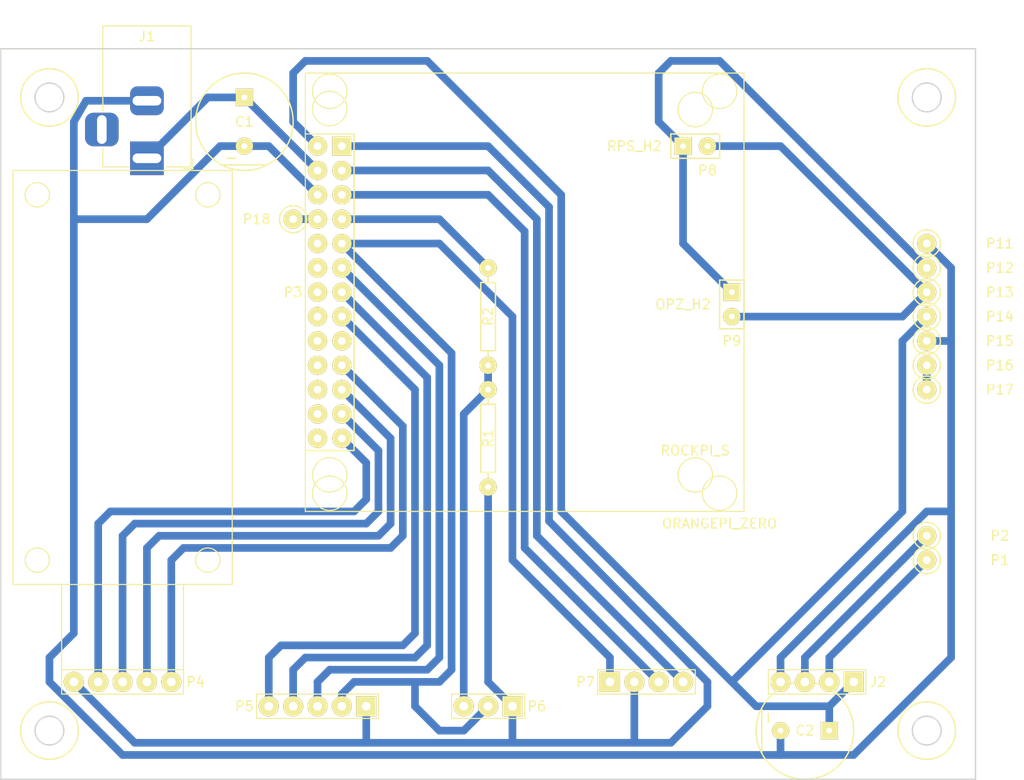
<source format=kicad_pcb>
(kicad_pcb (version 20171130) (host pcbnew 5.1.9+dfsg1-1~bpo10+1)

  (general
    (thickness 1.6)
    (drawings 2)
    (tracks 141)
    (zones 0)
    (modules 28)
    (nets 23)
  )

  (page A4)
  (layers
    (0 F.Cu signal)
    (31 B.Cu signal)
    (32 B.Adhes user)
    (33 F.Adhes user)
    (34 B.Paste user)
    (35 F.Paste user)
    (36 B.SilkS user)
    (37 F.SilkS user)
    (38 B.Mask user)
    (39 F.Mask user)
    (40 Dwgs.User user)
    (41 Cmts.User user)
    (42 Eco1.User user)
    (43 Eco2.User user)
    (44 Edge.Cuts user)
    (45 Margin user)
    (46 B.CrtYd user)
    (47 F.CrtYd user)
    (48 B.Fab user)
    (49 F.Fab user)
  )

  (setup
    (last_trace_width 0.25)
    (user_trace_width 0.8)
    (trace_clearance 0.2)
    (zone_clearance 0.508)
    (zone_45_only no)
    (trace_min 0.2)
    (via_size 0.8)
    (via_drill 0.4)
    (via_min_size 0.4)
    (via_min_drill 0.3)
    (uvia_size 0.3)
    (uvia_drill 0.1)
    (uvias_allowed no)
    (uvia_min_size 0.2)
    (uvia_min_drill 0.1)
    (edge_width 0.05)
    (segment_width 0.2)
    (pcb_text_width 0.3)
    (pcb_text_size 1.5 1.5)
    (mod_edge_width 0.12)
    (mod_text_size 1 1)
    (mod_text_width 0.15)
    (pad_size 1.524 1.524)
    (pad_drill 0.762)
    (pad_to_mask_clearance 0.05)
    (aux_axis_origin 0 0)
    (visible_elements FFFFFF7F)
    (pcbplotparams
      (layerselection 0x010fc_ffffffff)
      (usegerberextensions false)
      (usegerberattributes true)
      (usegerberadvancedattributes true)
      (creategerberjobfile true)
      (excludeedgelayer true)
      (linewidth 0.100000)
      (plotframeref false)
      (viasonmask false)
      (mode 1)
      (useauxorigin false)
      (hpglpennumber 1)
      (hpglpenspeed 20)
      (hpglpendiameter 15.000000)
      (psnegative false)
      (psa4output false)
      (plotreference true)
      (plotvalue true)
      (plotinvisibletext false)
      (padsonsilk false)
      (subtractmaskfromsilk false)
      (outputformat 1)
      (mirror false)
      (drillshape 1)
      (scaleselection 1)
      (outputdirectory ""))
  )

  (net 0 "")
  (net 1 "Net-(P3-Pad3)")
  (net 2 "Net-(J2-Pad3)")
  (net 3 "Net-(J2-Pad2)")
  (net 4 "Net-(P3-Pad7)")
  (net 5 "Net-(P3-Pad19)")
  (net 6 "Net-(P3-Pad11)")
  (net 7 "Net-(P3-Pad21)")
  (net 8 "Net-(P3-Pad23)")
  (net 9 "Net-(P3-Pad5)")
  (net 10 "Net-(P3-Pad13)")
  (net 11 "Net-(P3-Pad15)")
  (net 12 "Net-(P3-Pad25)")
  (net 13 "Net-(P6-Pad3)")
  (net 14 "Net-(P18-Pad1)")
  (net 15 "Net-(P12-Pad1)")
  (net 16 "Net-(P3-Pad9)")
  (net 17 "Net-(C1-Pad1)")
  (net 18 "Net-(C1-Pad2)")
  (net 19 "Net-(P3-Pad1)")
  (net 20 "Net-(C2-Pad1)")
  (net 21 "Net-(P13-Pad1)")
  (net 22 "Net-(P16-Pad1)")

  (net_class Default "This is the default net class."
    (clearance 0.2)
    (trace_width 0.25)
    (via_dia 0.8)
    (via_drill 0.4)
    (uvia_dia 0.3)
    (uvia_drill 0.1)
    (add_net "Net-(C1-Pad1)")
    (add_net "Net-(C1-Pad2)")
    (add_net "Net-(C2-Pad1)")
    (add_net "Net-(J2-Pad2)")
    (add_net "Net-(J2-Pad3)")
    (add_net "Net-(P12-Pad1)")
    (add_net "Net-(P13-Pad1)")
    (add_net "Net-(P16-Pad1)")
    (add_net "Net-(P18-Pad1)")
    (add_net "Net-(P3-Pad1)")
    (add_net "Net-(P3-Pad11)")
    (add_net "Net-(P3-Pad13)")
    (add_net "Net-(P3-Pad15)")
    (add_net "Net-(P3-Pad19)")
    (add_net "Net-(P3-Pad21)")
    (add_net "Net-(P3-Pad23)")
    (add_net "Net-(P3-Pad25)")
    (add_net "Net-(P3-Pad3)")
    (add_net "Net-(P3-Pad5)")
    (add_net "Net-(P3-Pad7)")
    (add_net "Net-(P3-Pad9)")
    (add_net "Net-(P6-Pad3)")
  )

  (module kicad:PIN_ARRAY_2X1 (layer F.Cu) (tedit 5C69C958) (tstamp 602196C9)
    (at 121.92 110.49 270)
    (descr "Connecteurs 2 pins")
    (tags "CONN DEV")
    (path /602BC6EB)
    (fp_text reference P9 (at 3.81 0 180) (layer F.SilkS)
      (effects (font (size 1 1) (thickness 0.15)))
    )
    (fp_text value CONN_2 (at 0 2.54 90) (layer F.SilkS) hide
      (effects (font (size 0.762 0.762) (thickness 0.1524)))
    )
    (fp_line (start 2.54 1.27) (end -2.54 1.27) (layer F.SilkS) (width 0.1524))
    (fp_line (start 2.54 -1.27) (end 2.54 1.27) (layer F.SilkS) (width 0.1524))
    (fp_line (start -2.54 -1.27) (end 2.54 -1.27) (layer F.SilkS) (width 0.1524))
    (fp_line (start -2.54 1.27) (end -2.54 -1.27) (layer F.SilkS) (width 0.1524))
    (fp_text user OPZ_H2 (at 0 5.08) (layer F.SilkS)
      (effects (font (size 1 1) (thickness 0.15)))
    )
    (pad 1 thru_hole rect (at -1.27 0 270) (size 1.80086 1.80086) (drill 0.59944) (layers *.Cu *.Mask F.SilkS)
      (net 15 "Net-(P12-Pad1)"))
    (pad 2 thru_hole circle (at 1.27 0 270) (size 1.80086 1.80086) (drill 0.59944) (layers *.Cu *.Mask F.SilkS)
      (net 21 "Net-(P13-Pad1)"))
    (model pin_array/pins_array_2x1.wrl
      (at (xyz 0 0 0))
      (scale (xyz 1 1 1))
      (rotate (xyz 0 0 0))
    )
  )

  (module kicad:PIN_ARRAY_2X1 (layer F.Cu) (tedit 5C69C958) (tstamp 602196BF)
    (at 118.11 93.98)
    (descr "Connecteurs 2 pins")
    (tags "CONN DEV")
    (path /602B8AC7)
    (fp_text reference P8 (at 1.27 2.54) (layer F.SilkS)
      (effects (font (size 1 1) (thickness 0.15)))
    )
    (fp_text value CONN_2 (at 0 2.54) (layer F.SilkS) hide
      (effects (font (size 0.762 0.762) (thickness 0.1524)))
    )
    (fp_line (start -2.54 1.27) (end -2.54 -1.27) (layer F.SilkS) (width 0.1524))
    (fp_line (start -2.54 -1.27) (end 2.54 -1.27) (layer F.SilkS) (width 0.1524))
    (fp_line (start 2.54 -1.27) (end 2.54 1.27) (layer F.SilkS) (width 0.1524))
    (fp_line (start 2.54 1.27) (end -2.54 1.27) (layer F.SilkS) (width 0.1524))
    (fp_text user RPS_H2 (at -6.35 0) (layer F.SilkS)
      (effects (font (size 1 1) (thickness 0.15)))
    )
    (pad 2 thru_hole circle (at 1.27 0) (size 1.80086 1.80086) (drill 0.59944) (layers *.Cu *.Mask F.SilkS)
      (net 21 "Net-(P13-Pad1)"))
    (pad 1 thru_hole rect (at -1.27 0) (size 1.80086 1.80086) (drill 0.59944) (layers *.Cu *.Mask F.SilkS)
      (net 15 "Net-(P12-Pad1)"))
    (model pin_array/pins_array_2x1.wrl
      (at (xyz 0 0 0))
      (scale (xyz 1 1 1))
      (rotate (xyz 0 0 0))
    )
  )

  (module kicad:PLATINE_100x75 (layer F.Cu) (tedit 5C4B7545) (tstamp 6021A2F1)
    (at 96.52 121.92)
    (fp_text reference GR** (at -45.72 -33.02) (layer F.SilkS) hide
      (effects (font (size 1 1) (thickness 0.15)))
    )
    (fp_text value PLATINE_100x75 (at -43.18 -35.56) (layer F.Fab) hide
      (effects (font (size 1 1) (thickness 0.15)))
    )
    (fp_line (start -50.8 -38.1) (end 50.8 -38.1) (layer Edge.Cuts) (width 0.15))
    (fp_line (start 50.8 -38.1) (end 50.8 38.1) (layer Edge.Cuts) (width 0.15))
    (fp_line (start -50.8 38.1) (end -50.8 -38.1) (layer Edge.Cuts) (width 0.15))
    (fp_line (start 50.8 38.1) (end -50.8 38.1) (layer Edge.Cuts) (width 0.15))
  )

  (module kicad:ENTRETOISE (layer F.Cu) (tedit 5F5F89AC) (tstamp 60058513)
    (at 50.8 154.94)
    (fp_text reference REF** (at 0 -3.81) (layer F.SilkS) hide
      (effects (font (size 1 1) (thickness 0.15)))
    )
    (fp_text value ENTRETOISE (at 0 3.81) (layer F.Fab) hide
      (effects (font (size 1 1) (thickness 0.15)))
    )
    (fp_circle (center 0 0) (end 3 0) (layer F.SilkS) (width 0.15))
    (fp_circle (center 0 0) (end 1.5 0) (layer Edge.Cuts) (width 0.15))
  )

  (module kicad:ENTRETOISE (layer F.Cu) (tedit 5F5F89AC) (tstamp 600584FE)
    (at 142.24 154.94)
    (fp_text reference REF** (at 0 -3.81) (layer F.SilkS) hide
      (effects (font (size 1 1) (thickness 0.15)))
    )
    (fp_text value ENTRETOISE (at 0 3.81) (layer F.Fab) hide
      (effects (font (size 1 1) (thickness 0.15)))
    )
    (fp_circle (center 0 0) (end 3 0) (layer F.SilkS) (width 0.15))
    (fp_circle (center 0 0) (end 1.5 0) (layer Edge.Cuts) (width 0.15))
  )

  (module kicad:ENTRETOISE (layer F.Cu) (tedit 5F5F89AC) (tstamp 600584E9)
    (at 50.8 88.9)
    (fp_text reference REF** (at 0 -3.81) (layer F.SilkS) hide
      (effects (font (size 1 1) (thickness 0.15)))
    )
    (fp_text value ENTRETOISE (at 0 3.81) (layer F.Fab) hide
      (effects (font (size 1 1) (thickness 0.15)))
    )
    (fp_circle (center 0 0) (end 3 0) (layer F.SilkS) (width 0.15))
    (fp_circle (center 0 0) (end 1.5 0) (layer Edge.Cuts) (width 0.15))
  )

  (module kicad:ENTRETOISE (layer F.Cu) (tedit 5F5F89AC) (tstamp 600584D4)
    (at 142.24 88.9)
    (fp_text reference REF** (at 0 -3.81) (layer F.SilkS) hide
      (effects (font (size 1 1) (thickness 0.15)))
    )
    (fp_text value ENTRETOISE (at 0 3.81) (layer F.Fab) hide
      (effects (font (size 1 1) (thickness 0.15)))
    )
    (fp_circle (center 0 0) (end 3 0) (layer F.SilkS) (width 0.15))
    (fp_circle (center 0 0) (end 1.5 0) (layer Edge.Cuts) (width 0.15))
  )

  (module kicad:BarrelJack_Horizontal (layer F.Cu) (tedit 5F6E462E) (tstamp 5F73330B)
    (at 60.96 95.25 270)
    (descr "DC Barrel Jack")
    (tags "Power Jack")
    (path /5F6BA4FC)
    (fp_text reference J1 (at -12.7 0 180) (layer F.SilkS)
      (effects (font (size 1 1) (thickness 0.15)))
    )
    (fp_text value Conn_01x02 (at -6.2 -5.5 90) (layer F.Fab) hide
      (effects (font (size 1 1) (thickness 0.15)))
    )
    (fp_line (start 0 -4.5) (end -13.7 -4.5) (layer F.Fab) (width 0.1))
    (fp_line (start 0.8 4.5) (end 0.8 -3.75) (layer F.Fab) (width 0.1))
    (fp_line (start -13.7 4.5) (end 0.8 4.5) (layer F.Fab) (width 0.1))
    (fp_line (start -13.7 -4.5) (end -13.7 4.5) (layer F.Fab) (width 0.1))
    (fp_line (start -10.2 -4.5) (end -10.2 4.5) (layer F.Fab) (width 0.1))
    (fp_line (start 0.9 -4.6) (end 0.9 -2) (layer F.SilkS) (width 0.12))
    (fp_line (start -13.8 -4.6) (end 0.9 -4.6) (layer F.SilkS) (width 0.12))
    (fp_line (start 0.9 4.6) (end -1 4.6) (layer F.SilkS) (width 0.12))
    (fp_line (start 0.9 1.9) (end 0.9 4.6) (layer F.SilkS) (width 0.12))
    (fp_line (start -13.8 4.6) (end -13.8 -4.6) (layer F.SilkS) (width 0.12))
    (fp_line (start -5 4.6) (end -13.8 4.6) (layer F.SilkS) (width 0.12))
    (fp_line (start -14 4.75) (end -14 -4.75) (layer F.CrtYd) (width 0.05))
    (fp_line (start -5 4.75) (end -14 4.75) (layer F.CrtYd) (width 0.05))
    (fp_line (start -5 6.75) (end -5 4.75) (layer F.CrtYd) (width 0.05))
    (fp_line (start -1 6.75) (end -5 6.75) (layer F.CrtYd) (width 0.05))
    (fp_line (start -1 4.75) (end -1 6.75) (layer F.CrtYd) (width 0.05))
    (fp_line (start 1 4.75) (end -1 4.75) (layer F.CrtYd) (width 0.05))
    (fp_line (start 1 2) (end 1 4.75) (layer F.CrtYd) (width 0.05))
    (fp_line (start 2 2) (end 1 2) (layer F.CrtYd) (width 0.05))
    (fp_line (start 2 -2) (end 2 2) (layer F.CrtYd) (width 0.05))
    (fp_line (start 1 -2) (end 2 -2) (layer F.CrtYd) (width 0.05))
    (fp_line (start 1 -4.5) (end 1 -2) (layer F.CrtYd) (width 0.05))
    (fp_line (start 1 -4.75) (end -14 -4.75) (layer F.CrtYd) (width 0.05))
    (fp_line (start 1 -4.5) (end 1 -4.75) (layer F.CrtYd) (width 0.05))
    (fp_line (start 0.05 -4.8) (end 1.1 -4.8) (layer F.SilkS) (width 0.12))
    (fp_line (start 1.1 -3.75) (end 1.1 -4.8) (layer F.SilkS) (width 0.12))
    (fp_line (start -0.003213 -4.505425) (end 0.8 -3.75) (layer F.Fab) (width 0.1))
    (fp_text user %R (at -3 -2.95 90) (layer F.Fab) hide
      (effects (font (size 1 1) (thickness 0.15)))
    )
    (pad 3 thru_hole roundrect (at -3 4.7 270) (size 3.5 3.5) (drill oval 3 1) (layers *.Cu *.Mask) (roundrect_rratio 0.25))
    (pad 2 thru_hole roundrect (at -6 0 270) (size 3 3.5) (drill oval 1 3) (layers *.Cu *.Mask) (roundrect_rratio 0.25)
      (net 18 "Net-(C1-Pad2)"))
    (pad 1 thru_hole rect (at 0 0 270) (size 3.5 3.5) (drill oval 1 3) (layers *.Cu *.Mask)
      (net 17 "Net-(C1-Pad1)"))
    (model ${KISYS3DMOD}/Connector_BarrelJack.3dshapes/BarrelJack_Horizontal.wrl
      (at (xyz 0 0 0))
      (scale (xyz 1 1 1))
      (rotate (xyz 0 0 0))
    )
  )

  (module kicad:R4 (layer F.Cu) (tedit 5C4E0F96) (tstamp 5F70BAD1)
    (at 96.52 124.46 270)
    (descr "Resitance 4 pas")
    (tags R)
    (path /5F56B871)
    (autoplace_cost180 10)
    (fp_text reference R1 (at 0 0 90) (layer F.SilkS)
      (effects (font (size 1 1) (thickness 0.15)))
    )
    (fp_text value R (at -3.048 0 90) (layer F.SilkS) hide
      (effects (font (size 1 1) (thickness 0.15)))
    )
    (fp_line (start -3.556 -0.762) (end 3.556 -0.762) (layer F.SilkS) (width 0.15))
    (fp_line (start -3.556 0.762) (end 3.556 0.762) (layer F.SilkS) (width 0.15))
    (fp_line (start 3.556 0) (end 4.064 0) (layer F.SilkS) (width 0.15))
    (fp_line (start -3.556 0) (end -4.064 0) (layer F.SilkS) (width 0.15))
    (fp_line (start -3.556 -0.762) (end -3.556 0.762) (layer F.SilkS) (width 0.15))
    (fp_line (start 3.556 -0.762) (end 3.556 0.762) (layer F.SilkS) (width 0.15))
    (pad 1 thru_hole circle (at -5.08 0 270) (size 1.80086 1.80086) (drill 0.59944) (layers *.Cu *.Mask F.SilkS)
      (net 13 "Net-(P6-Pad3)"))
    (pad 2 thru_hole circle (at 5.08 0 270) (size 1.80086 1.80086) (drill 0.59944) (layers *.Cu *.Mask F.SilkS)
      (net 19 "Net-(P3-Pad1)"))
    (model discret/resistor.wrl
      (at (xyz 0 0 0))
      (scale (xyz 0.4 0.4 0.4))
      (rotate (xyz 0 0 0))
    )
  )

  (module kicad:R4 (layer F.Cu) (tedit 5C4E0F96) (tstamp 5F6CB8F3)
    (at 96.52 111.76 270)
    (descr "Resitance 4 pas")
    (tags R)
    (path /5F570E47)
    (autoplace_cost180 10)
    (fp_text reference R2 (at 0 0 90) (layer F.SilkS)
      (effects (font (size 1 1) (thickness 0.15)))
    )
    (fp_text value R (at -3.048 0 90) (layer F.SilkS) hide
      (effects (font (size 1 1) (thickness 0.15)))
    )
    (fp_line (start -3.556 -0.762) (end 3.556 -0.762) (layer F.SilkS) (width 0.15))
    (fp_line (start -3.556 0.762) (end 3.556 0.762) (layer F.SilkS) (width 0.15))
    (fp_line (start 3.556 0) (end 4.064 0) (layer F.SilkS) (width 0.15))
    (fp_line (start -3.556 0) (end -4.064 0) (layer F.SilkS) (width 0.15))
    (fp_line (start -3.556 -0.762) (end -3.556 0.762) (layer F.SilkS) (width 0.15))
    (fp_line (start 3.556 -0.762) (end 3.556 0.762) (layer F.SilkS) (width 0.15))
    (pad 1 thru_hole circle (at -5.08 0 270) (size 1.80086 1.80086) (drill 0.59944) (layers *.Cu *.Mask F.SilkS)
      (net 4 "Net-(P3-Pad7)"))
    (pad 2 thru_hole circle (at 5.08 0 270) (size 1.80086 1.80086) (drill 0.59944) (layers *.Cu *.Mask F.SilkS)
      (net 13 "Net-(P6-Pad3)"))
    (model discret/resistor.wrl
      (at (xyz 0 0 0))
      (scale (xyz 0.4 0.4 0.4))
      (rotate (xyz 0 0 0))
    )
  )

  (module kicad:PIN_ARRAY_4X1 (layer F.Cu) (tedit 5F6BAA09) (tstamp 5F71EDF5)
    (at 130.81 149.86 180)
    (descr "Connecteur 6 pins")
    (tags "CONN DEV")
    (path /5F6E7BA3)
    (fp_text reference J2 (at -6.35 0 180) (layer F.SilkS)
      (effects (font (size 1 1) (thickness 0.15)))
    )
    (fp_text value USB_2 (at 0 2.159) (layer F.SilkS) hide
      (effects (font (size 1 1) (thickness 0.15)))
    )
    (fp_line (start -5.08 -1.27) (end -5.08 1.27) (layer F.SilkS) (width 0.12))
    (fp_line (start -5.08 -1.27) (end 5.08 -1.27) (layer F.SilkS) (width 0.12))
    (fp_line (start 5.08 -1.27) (end 5.08 1.27) (layer F.SilkS) (width 0.12))
    (fp_line (start 5.08 1.27) (end -5.08 1.27) (layer F.SilkS) (width 0.12))
    (pad 4 thru_hole circle (at 3.81 0 180) (size 2.10058 2.10058) (drill 0.89916) (layers *.Cu *.Mask F.SilkS)
      (net 18 "Net-(C1-Pad2)"))
    (pad 3 thru_hole circle (at 1.27 0 180) (size 2.10058 2.10058) (drill 0.89916) (layers *.Cu *.Mask F.SilkS)
      (net 2 "Net-(J2-Pad3)"))
    (pad 2 thru_hole circle (at -1.27 0 180) (size 2.10058 2.10058) (drill 0.89916) (layers *.Cu *.Mask F.SilkS)
      (net 3 "Net-(J2-Pad2)"))
    (pad 1 thru_hole rect (at -3.81 0 180) (size 2.10058 2.10058) (drill 0.89916) (layers *.Cu *.Mask F.SilkS)
      (net 20 "Net-(C2-Pad1)"))
    (model pin_array/pins_array_6x1.wrl
      (at (xyz 0 0 0))
      (scale (xyz 1 1 1))
      (rotate (xyz 0 0 0))
    )
  )

  (module kicad:PIN_ARRAY_1X1 (layer F.Cu) (tedit 5C4E0FE2) (tstamp 5F6DF679)
    (at 142.24 137.16)
    (descr "module 1 pin (ou trou mecanique de percage)")
    (tags DEV)
    (path /5F6D00D0)
    (fp_text reference P1 (at 7.62 0) (layer F.SilkS)
      (effects (font (size 1 1) (thickness 0.15)))
    )
    (fp_text value CONN_1 (at 0 2.794) (layer F.SilkS) hide
      (effects (font (size 1.016 1.016) (thickness 0.254)))
    )
    (fp_circle (center 0 0) (end 1.27 0.635) (layer F.SilkS) (width 0.15))
    (pad 1 thru_hole circle (at 0 0) (size 2 2) (drill 0.8) (layers *.Cu *.Mask F.SilkS)
      (net 3 "Net-(J2-Pad2)"))
  )

  (module kicad:PIN_ARRAY_1X1 (layer F.Cu) (tedit 5C4E0FE2) (tstamp 5F71EB30)
    (at 142.24 134.62)
    (descr "module 1 pin (ou trou mecanique de percage)")
    (tags DEV)
    (path /5F6D0C8E)
    (fp_text reference P2 (at 7.62 0) (layer F.SilkS)
      (effects (font (size 1 1) (thickness 0.15)))
    )
    (fp_text value CONN_1 (at 0 2.794) (layer F.SilkS) hide
      (effects (font (size 1.016 1.016) (thickness 0.254)))
    )
    (fp_circle (center 0 0) (end 1.27 0.635) (layer F.SilkS) (width 0.15))
    (pad 1 thru_hole circle (at 0 0) (size 2 2) (drill 0.8) (layers *.Cu *.Mask F.SilkS)
      (net 2 "Net-(J2-Pad3)"))
  )

  (module kicad:PIN_ARRAY_5X1 (layer F.Cu) (tedit 5F6BA920) (tstamp 5F6DEF36)
    (at 78.74 152.4 180)
    (descr "Connecteur 6 pins")
    (tags "CONN DEV")
    (path /5F6E0DED)
    (fp_text reference P5 (at 7.62 0 180) (layer F.SilkS)
      (effects (font (size 1 1) (thickness 0.15)))
    )
    (fp_text value CONN_5 (at 0 2.159) (layer F.SilkS) hide
      (effects (font (size 1 1) (thickness 0.15)))
    )
    (fp_line (start 6.35 1.27) (end 6.35 -1.27) (layer F.SilkS) (width 0.12))
    (fp_line (start -6.35 1.27) (end 6.35 1.27) (layer F.SilkS) (width 0.12))
    (fp_line (start -6.35 -1.27) (end -6.35 1.27) (layer F.SilkS) (width 0.12))
    (fp_line (start 6.35 -1.27) (end -6.35 -1.27) (layer F.SilkS) (width 0.12))
    (pad 1 thru_hole rect (at -5.08 0 180) (size 2.10058 2.10058) (drill 0.89916) (layers *.Cu *.Mask F.SilkS)
      (net 19 "Net-(P3-Pad1)"))
    (pad 2 thru_hole circle (at -2.54 0 180) (size 2.10058 2.10058) (drill 0.89916) (layers *.Cu *.Mask F.SilkS)
      (net 16 "Net-(P3-Pad9)"))
    (pad 3 thru_hole circle (at 0 0 180) (size 2.10058 2.10058) (drill 0.89916) (layers *.Cu *.Mask F.SilkS)
      (net 6 "Net-(P3-Pad11)"))
    (pad 4 thru_hole circle (at 2.54 0 180) (size 2.10058 2.10058) (drill 0.89916) (layers *.Cu *.Mask F.SilkS)
      (net 10 "Net-(P3-Pad13)"))
    (pad 5 thru_hole circle (at 5.08 0 180) (size 2.10058 2.10058) (drill 0.89916) (layers *.Cu *.Mask F.SilkS)
      (net 11 "Net-(P3-Pad15)"))
    (model pin_array/pins_array_6x1.wrl
      (at (xyz 0 0 0))
      (scale (xyz 1 1 1))
      (rotate (xyz 0 0 0))
    )
  )

  (module kicad:PIN_ARRAY_3X1 (layer F.Cu) (tedit 5F6CB21D) (tstamp 5F7092BE)
    (at 96.52 152.4 180)
    (descr "Connecteur 6 pins")
    (tags "CONN DEV")
    (path /5F57348B)
    (fp_text reference P6 (at -5.08 0 180) (layer F.SilkS)
      (effects (font (size 1 1) (thickness 0.15)))
    )
    (fp_text value CONN_3 (at 0 2.159) (layer F.SilkS) hide
      (effects (font (size 1 1) (thickness 0.15)))
    )
    (fp_line (start -3.81 1.27) (end -3.81 -1.27) (layer F.SilkS) (width 0.12))
    (fp_line (start 3.81 1.27) (end -3.81 1.27) (layer F.SilkS) (width 0.12))
    (fp_line (start 3.81 -1.27) (end 3.81 1.27) (layer F.SilkS) (width 0.12))
    (fp_line (start -3.81 -1.27) (end 3.81 -1.27) (layer F.SilkS) (width 0.12))
    (pad 1 thru_hole rect (at -2.54 0 180) (size 2.10058 2.10058) (drill 0.89916) (layers *.Cu *.Mask F.SilkS)
      (net 19 "Net-(P3-Pad1)"))
    (pad 2 thru_hole circle (at 0 0 180) (size 2.10058 2.10058) (drill 0.89916) (layers *.Cu *.Mask F.SilkS)
      (net 16 "Net-(P3-Pad9)"))
    (pad 3 thru_hole circle (at 2.54 0 180) (size 2.10058 2.10058) (drill 0.89916) (layers *.Cu *.Mask F.SilkS)
      (net 13 "Net-(P6-Pad3)"))
    (model pin_array/pins_array_6x1.wrl
      (at (xyz 0 0 0))
      (scale (xyz 1 1 1))
      (rotate (xyz 0 0 0))
    )
  )

  (module kicad:PIN_ARRAY_4X1 (layer F.Cu) (tedit 5F6BAA09) (tstamp 5F6DF270)
    (at 113.03 149.86)
    (descr "Connecteur 6 pins")
    (tags "CONN DEV")
    (path /5F568E27)
    (fp_text reference P7 (at -6.35 0 180) (layer F.SilkS)
      (effects (font (size 1 1) (thickness 0.15)))
    )
    (fp_text value CONN_4X1 (at 0 2.159) (layer F.SilkS) hide
      (effects (font (size 1 1) (thickness 0.15)))
    )
    (fp_line (start 5.08 1.27) (end -5.08 1.27) (layer F.SilkS) (width 0.12))
    (fp_line (start 5.08 -1.27) (end 5.08 1.27) (layer F.SilkS) (width 0.12))
    (fp_line (start -5.08 -1.27) (end 5.08 -1.27) (layer F.SilkS) (width 0.12))
    (fp_line (start -5.08 -1.27) (end -5.08 1.27) (layer F.SilkS) (width 0.12))
    (pad 1 thru_hole rect (at -3.81 0) (size 2.10058 2.10058) (drill 0.89916) (layers *.Cu *.Mask F.SilkS)
      (net 16 "Net-(P3-Pad9)"))
    (pad 2 thru_hole circle (at -1.27 0) (size 2.10058 2.10058) (drill 0.89916) (layers *.Cu *.Mask F.SilkS)
      (net 19 "Net-(P3-Pad1)"))
    (pad 3 thru_hole circle (at 1.27 0) (size 2.10058 2.10058) (drill 0.89916) (layers *.Cu *.Mask F.SilkS)
      (net 9 "Net-(P3-Pad5)"))
    (pad 4 thru_hole circle (at 3.81 0) (size 2.10058 2.10058) (drill 0.89916) (layers *.Cu *.Mask F.SilkS)
      (net 1 "Net-(P3-Pad3)"))
    (model pin_array/pins_array_6x1.wrl
      (at (xyz 0 0 0))
      (scale (xyz 1 1 1))
      (rotate (xyz 0 0 0))
    )
  )

  (module kicad:CP2 (layer F.Cu) (tedit 5C4E1805) (tstamp 5F72DD38)
    (at 71.12 91.44 180)
    (descr "Capacitor, pol, cyl 5x11mm")
    (path /5F796268)
    (fp_text reference C1 (at 0 0) (layer F.SilkS)
      (effects (font (size 1 1) (thickness 0.15)))
    )
    (fp_text value CP1 (at 0 5.08) (layer F.SilkS) hide
      (effects (font (size 1 1) (thickness 0.15)))
    )
    (fp_line (start 0.889 -3.81) (end 1.778 -3.81) (layer F.SilkS) (width 0.15))
    (fp_line (start -2.3 -4.5) (end 2.3 -4.5) (layer F.SilkS) (width 0.15))
    (fp_circle (center 0 0) (end -5.08 0) (layer F.SilkS) (width 0.15))
    (pad 1 thru_hole rect (at 0 2.54 180) (size 1.80086 1.80086) (drill 0.59944) (layers *.Cu *.Mask F.SilkS)
      (net 17 "Net-(C1-Pad1)"))
    (pad 2 thru_hole circle (at 0 -2.54 180) (size 1.80086 1.80086) (drill 0.59944) (layers *.Cu *.Mask F.SilkS)
      (net 18 "Net-(C1-Pad2)"))
    (model discret/capacitor/cp_5x11mm.wrl
      (at (xyz 0 0 0))
      (scale (xyz 1 1 1))
      (rotate (xyz 0 0 0))
    )
  )

  (module kicad:VMA301 (layer F.Cu) (tedit 5F8C9B94) (tstamp 5F8C9E2F)
    (at 58.42 149.86)
    (descr "Connecteur 6 pins")
    (tags "CONN DEV")
    (path /5F5B6663)
    (fp_text reference P4 (at 7.62 0 180) (layer F.SilkS)
      (effects (font (size 1 1) (thickness 0.15)))
    )
    (fp_text value CONN_5 (at 0 2.159) (layer F.SilkS) hide
      (effects (font (size 1 1) (thickness 0.15)))
    )
    (fp_line (start 6.35 -1.27) (end -6.35 -1.27) (layer F.SilkS) (width 0.12))
    (fp_line (start -6.35 -1.27) (end -6.35 1.27) (layer F.SilkS) (width 0.12))
    (fp_line (start -6.35 1.27) (end 6.35 1.27) (layer F.SilkS) (width 0.12))
    (fp_line (start 6.35 1.27) (end 6.35 -1.27) (layer F.SilkS) (width 0.12))
    (fp_circle (center -8.89 -50.8) (end -8.89 -49.53) (layer F.SilkS) (width 0.12))
    (fp_circle (center 8.89 -50.8) (end 8.89 -49.53) (layer F.SilkS) (width 0.12))
    (fp_circle (center 8.89 -12.7) (end 8.89 -11.43) (layer F.SilkS) (width 0.12))
    (fp_circle (center -8.89 -12.7) (end -8.89 -11.43) (layer F.SilkS) (width 0.12))
    (fp_line (start -11.43 -53.34) (end 11.43 -53.34) (layer F.SilkS) (width 0.12))
    (fp_line (start 11.43 -53.34) (end 11.43 -10.16) (layer F.SilkS) (width 0.12))
    (fp_line (start 11.43 -10.16) (end -11.43 -10.16) (layer F.SilkS) (width 0.12))
    (fp_line (start -11.43 -10.16) (end -11.43 -53.34) (layer F.SilkS) (width 0.12))
    (fp_line (start -6.35 -1.27) (end -6.35 -10.16) (layer F.SilkS) (width 0.12))
    (fp_line (start 6.35 -1.27) (end 6.35 -10.16) (layer F.SilkS) (width 0.12))
    (pad 1 thru_hole circle (at -5.08 0) (size 2.10058 2.10058) (drill 0.89916) (layers *.Cu *.Mask F.SilkS)
      (net 19 "Net-(P3-Pad1)"))
    (pad 2 thru_hole circle (at -2.54 0) (size 2.10058 2.10058) (drill 0.89916) (layers *.Cu *.Mask F.SilkS)
      (net 12 "Net-(P3-Pad25)"))
    (pad 3 thru_hole circle (at 0 0) (size 2.10058 2.10058) (drill 0.89916) (layers *.Cu *.Mask F.SilkS)
      (net 8 "Net-(P3-Pad23)"))
    (pad 4 thru_hole circle (at 2.54 0) (size 2.10058 2.10058) (drill 0.89916) (layers *.Cu *.Mask F.SilkS)
      (net 7 "Net-(P3-Pad21)"))
    (pad 5 thru_hole circle (at 5.08 0) (size 2.10058 2.10058) (drill 0.89916) (layers *.Cu *.Mask F.SilkS)
      (net 5 "Net-(P3-Pad19)"))
    (model pin_array/pins_array_6x1.wrl
      (at (xyz 0 0 0))
      (scale (xyz 1 1 1))
      (rotate (xyz 0 0 0))
    )
  )

  (module kicad:CP2 (layer F.Cu) (tedit 5C4E1805) (tstamp 5FC8F734)
    (at 129.54 154.94 90)
    (descr "Capacitor, pol, cyl 5x11mm")
    (path /5FC90D6F)
    (fp_text reference C2 (at 0 0 180) (layer F.SilkS)
      (effects (font (size 1 1) (thickness 0.15)))
    )
    (fp_text value CP1 (at 0 5.08 90) (layer F.SilkS) hide
      (effects (font (size 1 1) (thickness 0.15)))
    )
    (fp_circle (center 0 0) (end -5.08 0) (layer F.SilkS) (width 0.15))
    (fp_line (start -2.3 -4.5) (end 2.3 -4.5) (layer F.SilkS) (width 0.15))
    (fp_line (start 0.889 -3.81) (end 1.778 -3.81) (layer F.SilkS) (width 0.15))
    (pad 1 thru_hole rect (at 0 2.54 90) (size 1.80086 1.80086) (drill 0.59944) (layers *.Cu *.Mask F.SilkS)
      (net 20 "Net-(C2-Pad1)"))
    (pad 2 thru_hole circle (at 0 -2.54 90) (size 1.80086 1.80086) (drill 0.59944) (layers *.Cu *.Mask F.SilkS)
      (net 18 "Net-(C1-Pad2)"))
    (model discret/capacitor/cp_5x11mm.wrl
      (at (xyz 0 0 0))
      (scale (xyz 1 1 1))
      (rotate (xyz 0 0 0))
    )
  )

  (module kicad:PIN_ARRAY_1X1 (layer F.Cu) (tedit 5C4E0FE2) (tstamp 6020595D)
    (at 76.2 101.6)
    (descr "module 1 pin (ou trou mecanique de percage)")
    (tags DEV)
    (path /601D876A)
    (fp_text reference P18 (at -3.81 0) (layer F.SilkS)
      (effects (font (size 1 1) (thickness 0.15)))
    )
    (fp_text value CONN_1 (at 0 2.794) (layer F.SilkS) hide
      (effects (font (size 1.016 1.016) (thickness 0.254)))
    )
    (fp_circle (center 0 0) (end 1.27 0.635) (layer F.SilkS) (width 0.15))
    (pad 1 thru_hole circle (at 0 0) (size 2 2) (drill 0.8) (layers *.Cu *.Mask F.SilkS)
      (net 14 "Net-(P18-Pad1)"))
  )

  (module kicad:PIN_ARRAY_1X1 (layer F.Cu) (tedit 5C4E0FE2) (tstamp 60219BD6)
    (at 142.24 104.14)
    (descr "module 1 pin (ou trou mecanique de percage)")
    (tags DEV)
    (path /5F71A710)
    (fp_text reference P11 (at 7.62 0) (layer F.SilkS)
      (effects (font (size 1 1) (thickness 0.15)))
    )
    (fp_text value CONN_1 (at 0 2.794) (layer F.SilkS) hide
      (effects (font (size 1.016 1.016) (thickness 0.254)))
    )
    (fp_circle (center 0 0) (end 1.27 0.635) (layer F.SilkS) (width 0.15))
    (pad 1 thru_hole circle (at 0 0) (size 2 2) (drill 0.8) (layers *.Cu *.Mask F.SilkS)
      (net 18 "Net-(C1-Pad2)"))
  )

  (module kicad:PIN_ARRAY_1X1 (layer F.Cu) (tedit 5C4E0FE2) (tstamp 60219BDC)
    (at 142.24 106.68)
    (descr "module 1 pin (ou trou mecanique de percage)")
    (tags DEV)
    (path /5F74C632)
    (fp_text reference P12 (at 7.62 0) (layer F.SilkS)
      (effects (font (size 1 1) (thickness 0.15)))
    )
    (fp_text value CONN_1 (at 0 2.794) (layer F.SilkS) hide
      (effects (font (size 1.016 1.016) (thickness 0.254)))
    )
    (fp_circle (center 0 0) (end 1.27 0.635) (layer F.SilkS) (width 0.15))
    (pad 1 thru_hole circle (at 0 0) (size 2 2) (drill 0.8) (layers *.Cu *.Mask F.SilkS)
      (net 15 "Net-(P12-Pad1)"))
  )

  (module kicad:PIN_ARRAY_1X1 (layer F.Cu) (tedit 5C4E0FE2) (tstamp 60219BE2)
    (at 142.24 109.22)
    (descr "module 1 pin (ou trou mecanique de percage)")
    (tags DEV)
    (path /5F79FA14)
    (fp_text reference P13 (at 7.62 0) (layer F.SilkS)
      (effects (font (size 1 1) (thickness 0.15)))
    )
    (fp_text value CONN_1 (at 0 2.794) (layer F.SilkS) hide
      (effects (font (size 1.016 1.016) (thickness 0.254)))
    )
    (fp_circle (center 0 0) (end 1.27 0.635) (layer F.SilkS) (width 0.15))
    (pad 1 thru_hole circle (at 0 0) (size 2 2) (drill 0.8) (layers *.Cu *.Mask F.SilkS)
      (net 21 "Net-(P13-Pad1)"))
  )

  (module kicad:PIN_ARRAY_1X1 (layer F.Cu) (tedit 5C4E0FE2) (tstamp 60219BE8)
    (at 142.24 111.76)
    (descr "module 1 pin (ou trou mecanique de percage)")
    (tags DEV)
    (path /5F724ADE)
    (fp_text reference P14 (at 7.62 0) (layer F.SilkS)
      (effects (font (size 1 1) (thickness 0.15)))
    )
    (fp_text value CONN_1 (at 0 2.794) (layer F.SilkS) hide
      (effects (font (size 1.016 1.016) (thickness 0.254)))
    )
    (fp_circle (center 0 0) (end 1.27 0.635) (layer F.SilkS) (width 0.15))
    (pad 1 thru_hole circle (at 0 0) (size 2 2) (drill 0.8) (layers *.Cu *.Mask F.SilkS)
      (net 20 "Net-(C2-Pad1)"))
  )

  (module kicad:PIN_ARRAY_1X1 (layer F.Cu) (tedit 5C4E0FE2) (tstamp 60219BEE)
    (at 142.24 114.3)
    (descr "module 1 pin (ou trou mecanique de percage)")
    (tags DEV)
    (path /5F7201F2)
    (fp_text reference P15 (at 7.62 0) (layer F.SilkS)
      (effects (font (size 1 1) (thickness 0.15)))
    )
    (fp_text value CONN_1 (at 0 2.794) (layer F.SilkS) hide
      (effects (font (size 1.016 1.016) (thickness 0.254)))
    )
    (fp_circle (center 0 0) (end 1.27 0.635) (layer F.SilkS) (width 0.15))
    (pad 1 thru_hole circle (at 0 0) (size 2 2) (drill 0.8) (layers *.Cu *.Mask F.SilkS)
      (net 18 "Net-(C1-Pad2)"))
  )

  (module kicad:PIN_ARRAY_1X1 (layer F.Cu) (tedit 5C4E0FE2) (tstamp 60219BF4)
    (at 142.24 116.84)
    (descr "module 1 pin (ou trou mecanique de percage)")
    (tags DEV)
    (path /5F7247DE)
    (fp_text reference P16 (at 7.62 0) (layer F.SilkS)
      (effects (font (size 1 1) (thickness 0.15)))
    )
    (fp_text value CONN_1 (at 0 2.794) (layer F.SilkS) hide
      (effects (font (size 1.016 1.016) (thickness 0.254)))
    )
    (fp_circle (center 0 0) (end 1.27 0.635) (layer F.SilkS) (width 0.15))
    (pad 1 thru_hole circle (at 0 0) (size 2 2) (drill 0.8) (layers *.Cu *.Mask F.SilkS)
      (net 22 "Net-(P16-Pad1)"))
  )

  (module kicad:PIN_ARRAY_1X1 (layer F.Cu) (tedit 5C4E0FE2) (tstamp 60219BFA)
    (at 142.24 119.38)
    (descr "module 1 pin (ou trou mecanique de percage)")
    (tags DEV)
    (path /6028D91B)
    (fp_text reference P17 (at 7.62 0) (layer F.SilkS)
      (effects (font (size 1 1) (thickness 0.15)))
    )
    (fp_text value CONN_1 (at 0 2.794) (layer F.SilkS) hide
      (effects (font (size 1.016 1.016) (thickness 0.254)))
    )
    (fp_circle (center 0 0) (end 1.27 0.635) (layer F.SilkS) (width 0.15))
    (pad 1 thru_hole circle (at 0 0) (size 2 2) (drill 0.8) (layers *.Cu *.Mask F.SilkS)
      (net 22 "Net-(P16-Pad1)"))
  )

  (module kicad:RPS_OPZ (layer F.Cu) (tedit 6022A44A) (tstamp 6022B916)
    (at 99.06 109.22)
    (path /5F55F082)
    (fp_text reference P3 (at -22.86 0) (layer F.SilkS)
      (effects (font (size 1 1) (thickness 0.15)))
    )
    (fp_text value ROCKPI_S (at 19.05 16.51) (layer F.SilkS) hide
      (effects (font (size 1 1) (thickness 0.15)))
    )
    (fp_line (start -21.59 -22.86) (end 24.13 -22.86) (layer F.SilkS) (width 0.12))
    (fp_circle (center 19.05 19.05) (end 20.32 20.32) (layer F.SilkS) (width 0.12))
    (fp_circle (center 19.05 -19.05) (end 20.32 -17.78) (layer F.SilkS) (width 0.12))
    (fp_circle (center -19.05 19.05) (end -17.78 20.32) (layer F.SilkS) (width 0.12))
    (fp_circle (center -19.05 -19.158949) (end -17.78 -17.888949) (layer F.SilkS) (width 0.12))
    (fp_line (start -21.59 -16.51) (end -21.59 16.51) (layer F.SilkS) (width 0.12))
    (fp_line (start -16.51 -16.51) (end -21.59 -16.51) (layer F.SilkS) (width 0.12))
    (fp_line (start -16.51 16.51) (end -21.59 16.51) (layer F.SilkS) (width 0.15))
    (fp_line (start -16.51 -16.51) (end -16.51 16.51) (layer F.SilkS) (width 0.15))
    (fp_circle (center -19.05 20.955) (end -17.78 22.225) (layer F.SilkS) (width 0.12))
    (fp_circle (center -19.05 -20.955) (end -17.78 -19.685) (layer F.SilkS) (width 0.12))
    (fp_circle (center 21.59 -20.955) (end 22.86 -19.685) (layer F.SilkS) (width 0.12))
    (fp_circle (center 21.59 20.955) (end 20.32 22.225) (layer F.SilkS) (width 0.12))
    (fp_line (start -21.59 22.86) (end 24.13 22.86) (layer F.SilkS) (width 0.12))
    (fp_line (start 24.13 -22.86) (end 24.13 22.86) (layer F.SilkS) (width 0.12))
    (fp_line (start -21.59 -22.86) (end -21.59 -16.51) (layer F.SilkS) (width 0.12))
    (fp_line (start -21.59 16.51) (end -21.59 22.86) (layer F.SilkS) (width 0.12))
    (fp_text user ORANGEPI_ZERO (at 21.59 24.13) (layer F.SilkS)
      (effects (font (size 1 1) (thickness 0.15)))
    )
    (fp_text user ROCKPI_S (at 19.05 16.51) (layer F.SilkS)
      (effects (font (size 1 1) (thickness 0.15)))
    )
    (pad 18 thru_hole circle (at -20.32 5.08 270) (size 1.99898 1.99898) (drill 0.8001) (layers *.Cu *.Mask F.SilkS))
    (pad 7 thru_hole circle (at -17.78 -7.62 270) (size 2 2) (drill 0.8) (layers *.Cu *.Mask F.SilkS)
      (net 4 "Net-(P3-Pad7)"))
    (pad 17 thru_hole circle (at -17.78 5.08) (size 1.99898 1.99898) (drill 0.8001) (layers *.Cu *.Mask F.SilkS))
    (pad 24 thru_hole circle (at -20.32 12.7 270) (size 1.99898 1.99898) (drill 0.8001) (layers *.Cu *.Mask F.SilkS))
    (pad 19 thru_hole circle (at -17.78 7.62 270) (size 1.99898 1.99898) (drill 0.8001) (layers *.Cu *.Mask F.SilkS)
      (net 5 "Net-(P3-Pad19)"))
    (pad 6 thru_hole circle (at -20.32 -10.16 270) (size 2 2) (drill 0.8) (layers *.Cu *.Mask F.SilkS)
      (net 18 "Net-(C1-Pad2)"))
    (pad 2 thru_hole circle (at -20.32 -15.24 270) (size 2 2) (drill 0.8) (layers *.Cu *.Mask F.SilkS)
      (net 20 "Net-(C2-Pad1)"))
    (pad 4 thru_hole circle (at -20.32 -12.7 270) (size 2 2) (drill 0.8) (layers *.Cu *.Mask F.SilkS)
      (net 17 "Net-(C1-Pad1)"))
    (pad 3 thru_hole circle (at -17.78 -12.7 270) (size 2 2) (drill 0.8) (layers *.Cu *.Mask F.SilkS)
      (net 1 "Net-(P3-Pad3)"))
    (pad 16 thru_hole circle (at -20.32 2.54 270) (size 1.99898 1.99898) (drill 0.8001) (layers *.Cu *.Mask F.SilkS))
    (pad 13 thru_hole circle (at -17.78 0 270) (size 1.99898 1.99898) (drill 0.8001) (layers *.Cu *.Mask F.SilkS)
      (net 10 "Net-(P3-Pad13)"))
    (pad 12 thru_hole circle (at -20.32 -2.54 270) (size 1.99898 1.99898) (drill 0.8001) (layers *.Cu *.Mask F.SilkS))
    (pad 1 thru_hole rect (at -17.78 -15.24 270) (size 2 2) (drill 0.8) (layers *.Cu *.Mask F.SilkS)
      (net 19 "Net-(P3-Pad1)"))
    (pad 9 thru_hole circle (at -17.78 -5.08 270) (size 2 2) (drill 0.8) (layers *.Cu *.Mask F.SilkS)
      (net 16 "Net-(P3-Pad9)"))
    (pad 11 thru_hole circle (at -17.78 -2.54 270) (size 1.99898 1.99898) (drill 0.8001) (layers *.Cu *.Mask F.SilkS)
      (net 6 "Net-(P3-Pad11)"))
    (pad 15 thru_hole circle (at -17.78 2.54 270) (size 1.99898 1.99898) (drill 0.8001) (layers *.Cu *.Mask F.SilkS)
      (net 11 "Net-(P3-Pad15)"))
    (pad 21 thru_hole circle (at -17.78 10.16 270) (size 1.99898 1.99898) (drill 0.8001) (layers *.Cu *.Mask F.SilkS)
      (net 7 "Net-(P3-Pad21)"))
    (pad 22 thru_hole circle (at -20.32 10.16 270) (size 1.99898 1.99898) (drill 0.8001) (layers *.Cu *.Mask F.SilkS))
    (pad 26 thru_hole circle (at -20.32 15.24 270) (size 1.99898 1.99898) (drill 0.8001) (layers *.Cu *.Mask F.SilkS))
    (pad 14 thru_hole circle (at -20.32 0 270) (size 1.99898 1.99898) (drill 0.8001) (layers *.Cu *.Mask F.SilkS))
    (pad 8 thru_hole circle (at -20.32 -7.62 270) (size 2 2) (drill 0.8) (layers *.Cu *.Mask F.SilkS)
      (net 14 "Net-(P18-Pad1)"))
    (pad 23 thru_hole circle (at -17.78 12.7 270) (size 1.99898 1.99898) (drill 0.8001) (layers *.Cu *.Mask F.SilkS)
      (net 8 "Net-(P3-Pad23)"))
    (pad 20 thru_hole circle (at -20.32 7.62 270) (size 1.99898 1.99898) (drill 0.8001) (layers *.Cu *.Mask F.SilkS))
    (pad 25 thru_hole circle (at -17.78 15.24 270) (size 1.99898 1.99898) (drill 0.8001) (layers *.Cu *.Mask F.SilkS)
      (net 12 "Net-(P3-Pad25)"))
    (pad 5 thru_hole circle (at -17.78 -10.16 270) (size 2 2) (drill 0.8) (layers *.Cu *.Mask F.SilkS)
      (net 9 "Net-(P3-Pad5)"))
    (pad 10 thru_hole circle (at -20.32 -5.08 270) (size 2 2) (drill 0.8) (layers *.Cu *.Mask F.SilkS))
  )

  (gr_line (start 152.4 137.16) (end 152.4 137.16) (layer Edge.Cuts) (width 0.000001))
  (gr_line (start 58.42 78.74) (end 58.42 78.74) (layer Edge.Cuts) (width 0.000001))

  (segment (start 101.6 134.62) (end 116.84 149.86) (width 0.8) (layer B.Cu) (net 1) (status 20))
  (segment (start 101.6 101.6) (end 101.6 134.62) (width 0.8) (layer B.Cu) (net 1))
  (segment (start 81.28 96.52) (end 96.52 96.52) (width 0.8) (layer B.Cu) (net 1))
  (segment (start 96.52 96.52) (end 101.6 101.6) (width 0.8) (layer B.Cu) (net 1))
  (segment (start 129.54 147.32) (end 142.24 134.62) (width 0.8) (layer B.Cu) (net 2) (status 20))
  (segment (start 129.54 149.86) (end 129.54 147.32) (width 0.8) (layer B.Cu) (net 2) (status 10))
  (segment (start 132.08 147.32) (end 142.24 137.16) (width 0.8) (layer B.Cu) (net 3) (status 20))
  (segment (start 132.08 149.86) (end 132.08 147.32) (width 0.8) (layer B.Cu) (net 3) (status 10))
  (segment (start 91.44 101.6) (end 96.52 106.68) (width 0.8) (layer B.Cu) (net 4) (status 20))
  (segment (start 81.28 101.6) (end 91.44 101.6) (width 0.8) (layer B.Cu) (net 4))
  (segment (start 63.5 137.16) (end 63.5 149.86) (width 0.8) (layer B.Cu) (net 5) (status 20))
  (segment (start 64.77 135.89) (end 63.5 137.16) (width 0.8) (layer B.Cu) (net 5))
  (segment (start 86.36 135.89) (end 64.77 135.89) (width 0.8) (layer B.Cu) (net 5))
  (segment (start 87.63 134.62) (end 86.36 135.89) (width 0.8) (layer B.Cu) (net 5))
  (segment (start 81.28 116.84) (end 87.63 123.19) (width 0.8) (layer B.Cu) (net 5))
  (segment (start 87.63 123.19) (end 87.63 134.62) (width 0.8) (layer B.Cu) (net 5))
  (segment (start 78.74 149.86) (end 78.74 152.4) (width 0.8) (layer B.Cu) (net 6) (status 20))
  (segment (start 80.01 148.59) (end 78.74 149.86) (width 0.8) (layer B.Cu) (net 6))
  (segment (start 90.17 148.59) (end 80.01 148.59) (width 0.8) (layer B.Cu) (net 6))
  (segment (start 91.44 147.32) (end 90.17 148.59) (width 0.8) (layer B.Cu) (net 6))
  (segment (start 91.44 116.84) (end 91.44 147.32) (width 0.8) (layer B.Cu) (net 6))
  (segment (start 81.28 106.68) (end 91.44 116.84) (width 0.8) (layer B.Cu) (net 6))
  (segment (start 62.23 134.62) (end 60.96 135.89) (width 0.8) (layer B.Cu) (net 7))
  (segment (start 86.36 133.35) (end 85.09 134.62) (width 0.8) (layer B.Cu) (net 7))
  (segment (start 60.96 135.89) (end 60.96 149.86) (width 0.8) (layer B.Cu) (net 7) (status 20))
  (segment (start 85.09 134.62) (end 62.23 134.62) (width 0.8) (layer B.Cu) (net 7))
  (segment (start 81.28 119.38) (end 86.36 124.46) (width 0.8) (layer B.Cu) (net 7))
  (segment (start 86.36 124.46) (end 86.36 133.35) (width 0.8) (layer B.Cu) (net 7))
  (segment (start 58.42 134.62) (end 58.42 149.86) (width 0.8) (layer B.Cu) (net 8) (status 20))
  (segment (start 59.69 133.35) (end 58.42 134.62) (width 0.8) (layer B.Cu) (net 8))
  (segment (start 83.82 133.35) (end 59.69 133.35) (width 0.8) (layer B.Cu) (net 8))
  (segment (start 85.09 132.08) (end 83.82 133.35) (width 0.8) (layer B.Cu) (net 8))
  (segment (start 81.28 121.92) (end 85.09 125.73) (width 0.8) (layer B.Cu) (net 8))
  (segment (start 85.09 125.73) (end 85.09 132.08) (width 0.8) (layer B.Cu) (net 8))
  (segment (start 100.33 102.87) (end 96.52 99.06) (width 0.8) (layer B.Cu) (net 9))
  (segment (start 114.3 149.86) (end 100.33 135.89) (width 0.8) (layer B.Cu) (net 9) (status 10))
  (segment (start 100.33 135.89) (end 100.33 102.87) (width 0.8) (layer B.Cu) (net 9))
  (segment (start 96.52 99.06) (end 81.28 99.06) (width 0.8) (layer B.Cu) (net 9))
  (segment (start 76.2 148.59) (end 76.2 152.4) (width 0.8) (layer B.Cu) (net 10) (status 20))
  (segment (start 88.9 147.32) (end 77.47 147.32) (width 0.8) (layer B.Cu) (net 10))
  (segment (start 90.17 146.05) (end 88.9 147.32) (width 0.8) (layer B.Cu) (net 10))
  (segment (start 77.47 147.32) (end 76.2 148.59) (width 0.8) (layer B.Cu) (net 10))
  (segment (start 90.17 118.11) (end 90.17 146.05) (width 0.8) (layer B.Cu) (net 10))
  (segment (start 81.28 109.22) (end 90.17 118.11) (width 0.8) (layer B.Cu) (net 10))
  (segment (start 73.66 147.32) (end 73.66 152.4) (width 0.8) (layer B.Cu) (net 11) (status 20))
  (segment (start 87.63 146.05) (end 74.93 146.05) (width 0.8) (layer B.Cu) (net 11))
  (segment (start 88.9 144.78) (end 87.63 146.05) (width 0.8) (layer B.Cu) (net 11))
  (segment (start 74.93 146.05) (end 73.66 147.32) (width 0.8) (layer B.Cu) (net 11))
  (segment (start 81.28 111.76) (end 88.9 119.38) (width 0.8) (layer B.Cu) (net 11))
  (segment (start 88.9 119.38) (end 88.9 144.78) (width 0.8) (layer B.Cu) (net 11))
  (segment (start 57.15 132.08) (end 55.88 133.35) (width 0.8) (layer B.Cu) (net 12))
  (segment (start 82.55 132.08) (end 57.15 132.08) (width 0.8) (layer B.Cu) (net 12))
  (segment (start 81.28 124.46) (end 83.82 127) (width 0.8) (layer B.Cu) (net 12))
  (segment (start 55.88 133.35) (end 55.88 149.86) (width 0.8) (layer B.Cu) (net 12) (status 20))
  (segment (start 83.82 130.81) (end 82.55 132.08) (width 0.8) (layer B.Cu) (net 12))
  (segment (start 83.82 127) (end 83.82 130.81) (width 0.8) (layer B.Cu) (net 12))
  (segment (start 93.98 121.92) (end 93.98 152.4) (width 0.8) (layer B.Cu) (net 13) (status 20))
  (segment (start 96.52 119.38) (end 93.98 121.92) (width 0.8) (layer B.Cu) (net 13) (status 10))
  (segment (start 96.52 116.84) (end 96.52 119.38) (width 0.8) (layer B.Cu) (net 13) (status 30))
  (segment (start 78.74 101.6) (end 76.2 101.6) (width 0.8) (layer B.Cu) (net 14) (status 20))
  (segment (start 116.84 104.14) (end 121.92 109.22) (width 0.8) (layer B.Cu) (net 15) (status 20))
  (segment (start 116.84 93.98) (end 116.84 104.14) (width 0.8) (layer B.Cu) (net 15) (status 10))
  (segment (start 120.65 85.09) (end 142.24 106.68) (width 0.8) (layer B.Cu) (net 15) (status 20))
  (segment (start 115.57 85.09) (end 120.65 85.09) (width 0.8) (layer B.Cu) (net 15))
  (segment (start 114.3 86.36) (end 115.57 85.09) (width 0.8) (layer B.Cu) (net 15))
  (segment (start 116.84 93.98) (end 114.3 91.44) (width 0.8) (layer B.Cu) (net 15) (status 10))
  (segment (start 114.3 91.44) (end 114.3 86.36) (width 0.8) (layer B.Cu) (net 15))
  (segment (start 88.9 152.4) (end 88.9 149.86) (width 0.8) (layer B.Cu) (net 16))
  (segment (start 91.44 154.94) (end 88.9 152.4) (width 0.8) (layer B.Cu) (net 16))
  (segment (start 96.52 152.4) (end 93.98 154.94) (width 0.8) (layer B.Cu) (net 16) (status 10))
  (segment (start 93.98 154.94) (end 91.44 154.94) (width 0.8) (layer B.Cu) (net 16))
  (segment (start 81.28 151.13) (end 82.55 149.86) (width 0.8) (layer B.Cu) (net 16))
  (segment (start 81.28 152.4) (end 81.28 151.13) (width 0.8) (layer B.Cu) (net 16) (status 10))
  (segment (start 82.55 149.86) (end 88.9 149.86) (width 0.8) (layer B.Cu) (net 16))
  (segment (start 88.9 149.86) (end 91.44 149.86) (width 0.8) (layer B.Cu) (net 16))
  (segment (start 92.71 148.59) (end 92.71 115.57) (width 0.8) (layer B.Cu) (net 16))
  (segment (start 91.44 149.86) (end 92.71 148.59) (width 0.8) (layer B.Cu) (net 16))
  (segment (start 109.22 147.32) (end 109.22 149.86) (width 0.8) (layer B.Cu) (net 16) (status 20))
  (segment (start 99.06 137.16) (end 109.22 147.32) (width 0.8) (layer B.Cu) (net 16))
  (segment (start 99.06 111.76) (end 99.06 137.16) (width 0.8) (layer B.Cu) (net 16))
  (segment (start 81.28 104.14) (end 91.44 104.14) (width 0.8) (layer B.Cu) (net 16))
  (segment (start 91.44 104.14) (end 99.06 111.76) (width 0.8) (layer B.Cu) (net 16))
  (segment (start 92.71 115.57) (end 81.28 104.14) (width 0.8) (layer B.Cu) (net 16))
  (segment (start 67.31 88.9) (end 60.96 95.25) (width 0.8) (layer B.Cu) (net 17) (status 20))
  (segment (start 71.12 88.9) (end 67.31 88.9) (width 0.8) (layer B.Cu) (net 17) (status 10))
  (segment (start 78.74 96.52) (end 71.12 88.9) (width 0.8) (layer B.Cu) (net 17) (status 20))
  (segment (start 142.24 132.08) (end 144.78 132.08) (width 0.8) (layer B.Cu) (net 18))
  (segment (start 127 149.86) (end 127 147.32) (width 0.8) (layer B.Cu) (net 18) (status 10))
  (segment (start 127 147.32) (end 142.24 132.08) (width 0.8) (layer B.Cu) (net 18))
  (segment (start 127 154.94) (end 127 157.48) (width 0.8) (layer B.Cu) (net 18) (status 10))
  (segment (start 58.42 157.48) (end 127 157.48) (width 0.8) (layer B.Cu) (net 18))
  (segment (start 54.61 89.25) (end 53.34 91.44) (width 0.8) (layer B.Cu) (net 18))
  (segment (start 50.8 149.86) (end 58.42 157.48) (width 0.8) (layer B.Cu) (net 18))
  (segment (start 60.96 89.25) (end 54.61 89.25) (width 0.8) (layer B.Cu) (net 18) (status 10))
  (segment (start 53.34 91.44) (end 53.34 144.78) (width 0.8) (layer B.Cu) (net 18))
  (segment (start 53.34 144.78) (end 50.8 147.32) (width 0.8) (layer B.Cu) (net 18))
  (segment (start 50.8 147.32) (end 50.8 149.86) (width 0.8) (layer B.Cu) (net 18))
  (segment (start 68.58 93.98) (end 71.12 93.98) (width 0.8) (layer B.Cu) (net 18) (status 20))
  (segment (start 53.34 101.6) (end 60.96 101.6) (width 0.8) (layer B.Cu) (net 18))
  (segment (start 68.58 93.98) (end 60.96 101.6) (width 0.8) (layer B.Cu) (net 18))
  (segment (start 73.66 93.98) (end 78.74 99.06) (width 0.8) (layer B.Cu) (net 18))
  (segment (start 71.12 93.98) (end 73.66 93.98) (width 0.8) (layer B.Cu) (net 18) (status 10))
  (segment (start 142.24 114.3) (end 144.78 114.3) (width 0.8) (layer B.Cu) (net 18) (status 10))
  (segment (start 144.78 106.68) (end 142.24 104.14) (width 0.8) (layer B.Cu) (net 18) (status 20))
  (segment (start 144.78 147.32) (end 144.78 106.68) (width 0.8) (layer B.Cu) (net 18))
  (segment (start 127 157.48) (end 134.62 157.48) (width 0.8) (layer B.Cu) (net 18))
  (segment (start 134.62 157.48) (end 144.78 147.32) (width 0.8) (layer B.Cu) (net 18))
  (segment (start 99.06 156.21) (end 59.69 156.21) (width 0.8) (layer B.Cu) (net 19))
  (segment (start 99.06 156.21) (end 99.06 152.4) (width 0.8) (layer B.Cu) (net 19) (status 20))
  (segment (start 83.82 152.4) (end 83.82 156.21) (width 0.8) (layer B.Cu) (net 19) (status 10))
  (segment (start 59.69 156.21) (end 53.34 149.86) (width 0.8) (layer B.Cu) (net 19) (status 20))
  (segment (start 111.76 156.21) (end 99.06 156.21) (width 0.8) (layer B.Cu) (net 19))
  (segment (start 111.76 149.86) (end 111.76 156.21) (width 0.8) (layer B.Cu) (net 19) (status 10))
  (segment (start 96.52 93.98) (end 81.28 93.98) (width 0.8) (layer B.Cu) (net 19))
  (segment (start 102.87 100.33) (end 96.52 93.98) (width 0.8) (layer B.Cu) (net 19))
  (segment (start 119.38 152.4) (end 119.38 149.86) (width 0.8) (layer B.Cu) (net 19))
  (segment (start 102.87 133.08001) (end 102.87 100.33) (width 0.8) (layer B.Cu) (net 19))
  (segment (start 115.57 156.21) (end 119.38 152.4) (width 0.8) (layer B.Cu) (net 19))
  (segment (start 111.76 156.21) (end 115.57 156.21) (width 0.8) (layer B.Cu) (net 19))
  (segment (start 119.38 149.86) (end 102.87 133.08001) (width 0.8) (layer B.Cu) (net 19))
  (segment (start 96.52 149.86) (end 99.06 152.4) (width 0.8) (layer B.Cu) (net 19) (status 20))
  (segment (start 96.52 129.54) (end 96.52 149.86) (width 0.8) (layer B.Cu) (net 19) (status 10))
  (segment (start 132.08 152.4) (end 134.62 149.86) (width 0.8) (layer B.Cu) (net 20) (status 20))
  (segment (start 132.08 152.4) (end 132.08 154.94) (width 0.8) (layer B.Cu) (net 20) (status 20))
  (segment (start 139.7 114.3) (end 142.24 111.76) (width 0.8) (layer B.Cu) (net 20) (status 20))
  (segment (start 121.92 149.86) (end 139.7 132.08) (width 0.8) (layer B.Cu) (net 20))
  (segment (start 139.7 132.08) (end 139.7 114.3) (width 0.8) (layer B.Cu) (net 20))
  (segment (start 124.46 152.4) (end 132.08 152.4) (width 0.8) (layer B.Cu) (net 20))
  (segment (start 104.14 132.08) (end 124.46 152.4) (width 0.8) (layer B.Cu) (net 20))
  (segment (start 76.2 91.44) (end 76.2 86.36) (width 0.8) (layer B.Cu) (net 20))
  (segment (start 76.2 86.36) (end 77.47 85.09) (width 0.8) (layer B.Cu) (net 20))
  (segment (start 104.14 99.06) (end 104.14 132.08) (width 0.8) (layer B.Cu) (net 20))
  (segment (start 77.47 85.09) (end 90.17 85.09) (width 0.8) (layer B.Cu) (net 20))
  (segment (start 78.74 93.98) (end 76.2 91.44) (width 0.8) (layer B.Cu) (net 20))
  (segment (start 90.17 85.09) (end 104.14 99.06) (width 0.8) (layer B.Cu) (net 20))
  (segment (start 139.7 111.76) (end 142.24 109.22) (width 0.8) (layer B.Cu) (net 21) (status 20))
  (segment (start 121.92 111.76) (end 139.7 111.76) (width 0.8) (layer B.Cu) (net 21) (status 10))
  (segment (start 121.92 93.98) (end 119.38 93.98) (width 0.8) (layer B.Cu) (net 21) (status 20))
  (segment (start 142.24 109.22) (end 127 93.98) (width 0.8) (layer B.Cu) (net 21) (status 10))
  (segment (start 127 93.98) (end 121.92 93.98) (width 0.8) (layer B.Cu) (net 21))
  (segment (start 142.24 119.38) (end 142.24 116.84) (width 0.8) (layer B.Cu) (net 22) (status 30))

)

</source>
